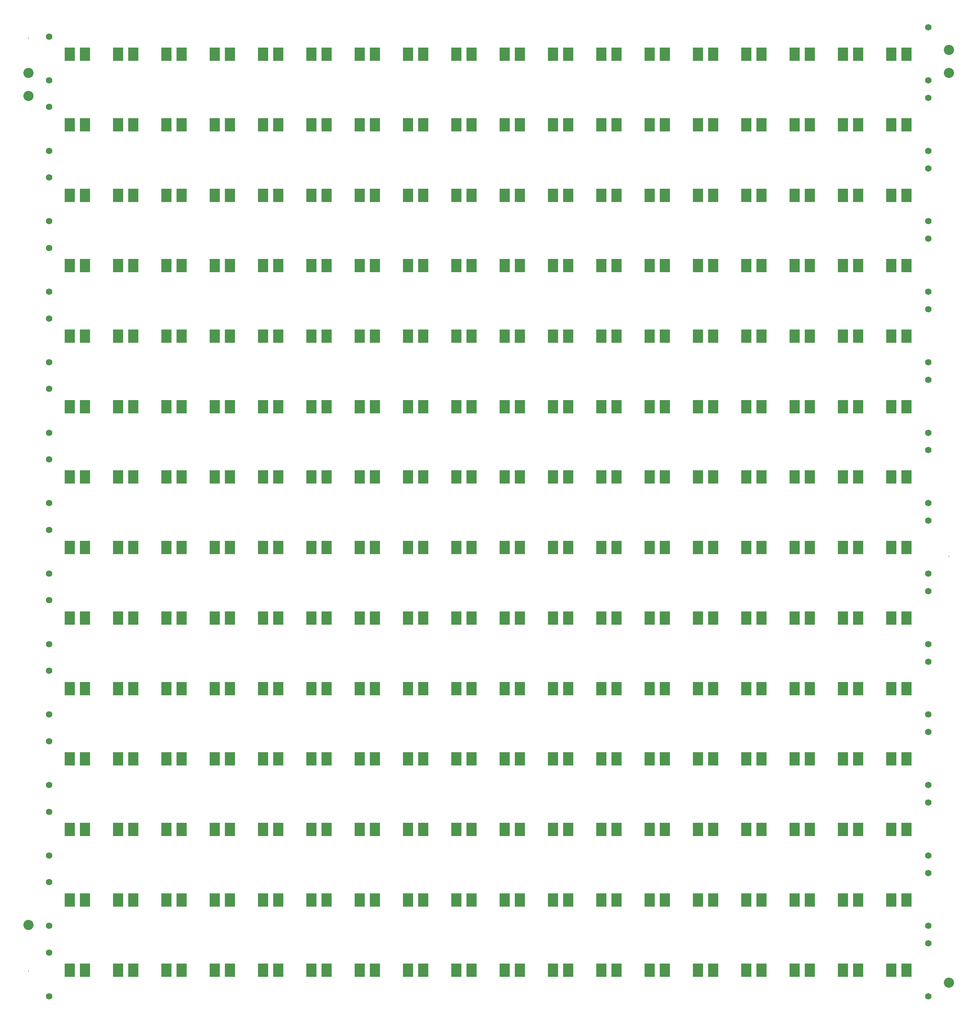
<source format=gbs>
G04 Layer_Color=16711935*
%FSLAX44Y44*%
%MOMM*%
G71*
G01*
G75*
%ADD151C,2.2032*%
%ADD153C,1.4000*%
%ADD161C,0.2032*%
%ADD162R,2.2032X3.0032*%
D151*
X25000Y2025000D02*
D03*
Y1975000D02*
D03*
Y175000D02*
D03*
X2025000Y50000D02*
D03*
Y2025000D02*
D03*
Y2075000D02*
D03*
D153*
X1980000Y20000D02*
D03*
Y135000D02*
D03*
X70000Y115000D02*
D03*
Y20000D02*
D03*
X1980000Y173000D02*
D03*
Y288000D02*
D03*
X70000Y268000D02*
D03*
Y173000D02*
D03*
X1980000Y326000D02*
D03*
Y441000D02*
D03*
X70000Y421000D02*
D03*
Y326000D02*
D03*
X1980000Y479000D02*
D03*
Y594000D02*
D03*
X70000Y574000D02*
D03*
Y479000D02*
D03*
X1980000Y632000D02*
D03*
Y747000D02*
D03*
X70000Y727000D02*
D03*
Y632000D02*
D03*
X1980000Y785000D02*
D03*
Y900000D02*
D03*
X70000Y880000D02*
D03*
Y785000D02*
D03*
X1980000Y938000D02*
D03*
Y1053000D02*
D03*
X70000Y1033000D02*
D03*
Y938000D02*
D03*
X1980000Y1091000D02*
D03*
Y1206000D02*
D03*
X70000Y1186000D02*
D03*
Y1091000D02*
D03*
X1980000Y1244000D02*
D03*
Y1359000D02*
D03*
X70000Y1339000D02*
D03*
Y1244000D02*
D03*
X1980000Y1397000D02*
D03*
Y1512000D02*
D03*
X70000Y1492000D02*
D03*
Y1397000D02*
D03*
X1980000Y1550000D02*
D03*
Y1665000D02*
D03*
X70000Y1645000D02*
D03*
Y1550000D02*
D03*
X1980000Y1703000D02*
D03*
Y1818000D02*
D03*
X70000Y1798000D02*
D03*
Y1703000D02*
D03*
X1980000Y1856000D02*
D03*
Y1971000D02*
D03*
X70000Y1951000D02*
D03*
Y1856000D02*
D03*
X1980000Y2009000D02*
D03*
Y2124000D02*
D03*
X70000Y2104000D02*
D03*
Y2009000D02*
D03*
D161*
X25000Y75000D02*
D03*
Y2100000D02*
D03*
X2025000Y975000D02*
D03*
D162*
X253010Y76500D02*
D03*
X219990D02*
D03*
X114990D02*
D03*
X148010D02*
D03*
X358010D02*
D03*
X324990D02*
D03*
X429990D02*
D03*
X463010D02*
D03*
X568010D02*
D03*
X534990D02*
D03*
X639990Y76500D02*
D03*
X673010D02*
D03*
X778010Y76500D02*
D03*
X744990D02*
D03*
X849990Y76500D02*
D03*
X883010D02*
D03*
X988010Y76500D02*
D03*
X954990D02*
D03*
X1059990D02*
D03*
X1093010D02*
D03*
X1198010D02*
D03*
X1164990D02*
D03*
X1269990D02*
D03*
X1303010D02*
D03*
X1408010D02*
D03*
X1374990D02*
D03*
X1479990Y76500D02*
D03*
X1513010D02*
D03*
X1618010D02*
D03*
X1584990D02*
D03*
X1689990Y76500D02*
D03*
X1723010D02*
D03*
X1828010Y76500D02*
D03*
X1794990D02*
D03*
X1899990Y76500D02*
D03*
X1933010D02*
D03*
X253010Y229500D02*
D03*
X219990D02*
D03*
X114990D02*
D03*
X148010D02*
D03*
X358010D02*
D03*
X324990D02*
D03*
X429990D02*
D03*
X463010D02*
D03*
X568010D02*
D03*
X534990D02*
D03*
X639990Y229500D02*
D03*
X673010D02*
D03*
X778010Y229500D02*
D03*
X744990D02*
D03*
X849990Y229500D02*
D03*
X883010D02*
D03*
X988010Y229500D02*
D03*
X954990D02*
D03*
X1059990D02*
D03*
X1093010D02*
D03*
X1198010D02*
D03*
X1164990D02*
D03*
X1269990D02*
D03*
X1303010D02*
D03*
X1408010D02*
D03*
X1374990D02*
D03*
X1479990Y229500D02*
D03*
X1513010D02*
D03*
X1618010D02*
D03*
X1584990D02*
D03*
X1689990Y229500D02*
D03*
X1723010D02*
D03*
X1828010Y229500D02*
D03*
X1794990D02*
D03*
X1899990Y229500D02*
D03*
X1933010D02*
D03*
X253010Y382500D02*
D03*
X219990D02*
D03*
X114990D02*
D03*
X148010D02*
D03*
X358010D02*
D03*
X324990D02*
D03*
X429990D02*
D03*
X463010D02*
D03*
X568010D02*
D03*
X534990D02*
D03*
X639990Y382500D02*
D03*
X673010D02*
D03*
X778010Y382500D02*
D03*
X744990D02*
D03*
X849990Y382500D02*
D03*
X883010D02*
D03*
X988010Y382500D02*
D03*
X954990D02*
D03*
X1059990D02*
D03*
X1093010D02*
D03*
X1198010D02*
D03*
X1164990D02*
D03*
X1269990D02*
D03*
X1303010D02*
D03*
X1408010D02*
D03*
X1374990D02*
D03*
X1479990Y382500D02*
D03*
X1513010D02*
D03*
X1618010D02*
D03*
X1584990D02*
D03*
X1689990Y382500D02*
D03*
X1723010D02*
D03*
X1828010Y382500D02*
D03*
X1794990D02*
D03*
X1899990Y382500D02*
D03*
X1933010D02*
D03*
X253010Y535500D02*
D03*
X219990D02*
D03*
X114990D02*
D03*
X148010D02*
D03*
X358010D02*
D03*
X324990D02*
D03*
X429990D02*
D03*
X463010D02*
D03*
X568010D02*
D03*
X534990D02*
D03*
X639990Y535500D02*
D03*
X673010D02*
D03*
X778010Y535500D02*
D03*
X744990D02*
D03*
X849990Y535500D02*
D03*
X883010D02*
D03*
X988010Y535500D02*
D03*
X954990D02*
D03*
X1059990D02*
D03*
X1093010D02*
D03*
X1198010D02*
D03*
X1164990D02*
D03*
X1269990D02*
D03*
X1303010D02*
D03*
X1408010D02*
D03*
X1374990D02*
D03*
X1479990Y535500D02*
D03*
X1513010D02*
D03*
X1618010D02*
D03*
X1584990D02*
D03*
X1689990Y535500D02*
D03*
X1723010D02*
D03*
X1828010Y535500D02*
D03*
X1794990D02*
D03*
X1899990Y535500D02*
D03*
X1933010D02*
D03*
X253010Y688500D02*
D03*
X219990D02*
D03*
X114990D02*
D03*
X148010D02*
D03*
X358010D02*
D03*
X324990D02*
D03*
X429990D02*
D03*
X463010D02*
D03*
X568010D02*
D03*
X534990D02*
D03*
X639990Y688500D02*
D03*
X673010D02*
D03*
X778010Y688500D02*
D03*
X744990D02*
D03*
X849990Y688500D02*
D03*
X883010D02*
D03*
X988010Y688500D02*
D03*
X954990D02*
D03*
X1059990D02*
D03*
X1093010D02*
D03*
X1198010D02*
D03*
X1164990D02*
D03*
X1269990D02*
D03*
X1303010D02*
D03*
X1408010D02*
D03*
X1374990D02*
D03*
X1479990Y688500D02*
D03*
X1513010D02*
D03*
X1618010D02*
D03*
X1584990D02*
D03*
X1689990Y688500D02*
D03*
X1723010D02*
D03*
X1828010Y688500D02*
D03*
X1794990D02*
D03*
X1899990Y688500D02*
D03*
X1933010D02*
D03*
X253010Y841500D02*
D03*
X219990D02*
D03*
X114990D02*
D03*
X148010D02*
D03*
X358010D02*
D03*
X324990D02*
D03*
X429990D02*
D03*
X463010D02*
D03*
X568010D02*
D03*
X534990D02*
D03*
X639990Y841500D02*
D03*
X673010D02*
D03*
X778010Y841500D02*
D03*
X744990D02*
D03*
X849990Y841500D02*
D03*
X883010D02*
D03*
X988010Y841500D02*
D03*
X954990D02*
D03*
X1059990D02*
D03*
X1093010D02*
D03*
X1198010D02*
D03*
X1164990D02*
D03*
X1269990D02*
D03*
X1303010D02*
D03*
X1408010D02*
D03*
X1374990D02*
D03*
X1479990Y841500D02*
D03*
X1513010D02*
D03*
X1618010D02*
D03*
X1584990D02*
D03*
X1689990Y841500D02*
D03*
X1723010D02*
D03*
X1828010Y841500D02*
D03*
X1794990D02*
D03*
X1899990Y841500D02*
D03*
X1933010D02*
D03*
X253010Y994500D02*
D03*
X219990D02*
D03*
X114990D02*
D03*
X148010D02*
D03*
X358010D02*
D03*
X324990D02*
D03*
X429990D02*
D03*
X463010D02*
D03*
X568010D02*
D03*
X534990D02*
D03*
X639990Y994500D02*
D03*
X673010D02*
D03*
X778010Y994500D02*
D03*
X744990D02*
D03*
X849990Y994500D02*
D03*
X883010D02*
D03*
X988010Y994500D02*
D03*
X954990D02*
D03*
X1059990D02*
D03*
X1093010D02*
D03*
X1198010D02*
D03*
X1164990D02*
D03*
X1269990D02*
D03*
X1303010D02*
D03*
X1408010D02*
D03*
X1374990D02*
D03*
X1479990Y994500D02*
D03*
X1513010D02*
D03*
X1618010D02*
D03*
X1584990D02*
D03*
X1689990Y994500D02*
D03*
X1723010D02*
D03*
X1828010Y994500D02*
D03*
X1794990D02*
D03*
X1899990Y994500D02*
D03*
X1933010D02*
D03*
X253010Y1147500D02*
D03*
X219990D02*
D03*
X114990D02*
D03*
X148010D02*
D03*
X358010D02*
D03*
X324990D02*
D03*
X429990D02*
D03*
X463010D02*
D03*
X568010D02*
D03*
X534990D02*
D03*
X639990Y1147500D02*
D03*
X673010D02*
D03*
X778010Y1147500D02*
D03*
X744990D02*
D03*
X849990Y1147500D02*
D03*
X883010D02*
D03*
X988010Y1147500D02*
D03*
X954990D02*
D03*
X1059990D02*
D03*
X1093010D02*
D03*
X1198010D02*
D03*
X1164990D02*
D03*
X1269990D02*
D03*
X1303010D02*
D03*
X1408010D02*
D03*
X1374990D02*
D03*
X1479990Y1147500D02*
D03*
X1513010D02*
D03*
X1618010D02*
D03*
X1584990D02*
D03*
X1689990Y1147500D02*
D03*
X1723010D02*
D03*
X1828010Y1147500D02*
D03*
X1794990D02*
D03*
X1899990Y1147500D02*
D03*
X1933010D02*
D03*
X253010Y1300500D02*
D03*
X219990D02*
D03*
X114990D02*
D03*
X148010D02*
D03*
X358010D02*
D03*
X324990D02*
D03*
X429990D02*
D03*
X463010D02*
D03*
X568010D02*
D03*
X534990D02*
D03*
X639990Y1300500D02*
D03*
X673010D02*
D03*
X778010Y1300500D02*
D03*
X744990D02*
D03*
X849990Y1300500D02*
D03*
X883010D02*
D03*
X988010Y1300500D02*
D03*
X954990D02*
D03*
X1059990D02*
D03*
X1093010D02*
D03*
X1198010D02*
D03*
X1164990D02*
D03*
X1269990D02*
D03*
X1303010D02*
D03*
X1408010D02*
D03*
X1374990D02*
D03*
X1479990Y1300500D02*
D03*
X1513010D02*
D03*
X1618010D02*
D03*
X1584990D02*
D03*
X1689990Y1300500D02*
D03*
X1723010D02*
D03*
X1828010Y1300500D02*
D03*
X1794990D02*
D03*
X1899990Y1300500D02*
D03*
X1933010D02*
D03*
X253010Y1453500D02*
D03*
X219990D02*
D03*
X114990D02*
D03*
X148010D02*
D03*
X358010D02*
D03*
X324990D02*
D03*
X429990D02*
D03*
X463010D02*
D03*
X568010D02*
D03*
X534990D02*
D03*
X639990Y1453500D02*
D03*
X673010D02*
D03*
X778010Y1453500D02*
D03*
X744990D02*
D03*
X849990Y1453500D02*
D03*
X883010D02*
D03*
X988010Y1453500D02*
D03*
X954990D02*
D03*
X1059990D02*
D03*
X1093010D02*
D03*
X1198010D02*
D03*
X1164990D02*
D03*
X1269990D02*
D03*
X1303010D02*
D03*
X1408010D02*
D03*
X1374990D02*
D03*
X1479990Y1453500D02*
D03*
X1513010D02*
D03*
X1618010D02*
D03*
X1584990D02*
D03*
X1689990Y1453500D02*
D03*
X1723010D02*
D03*
X1828010Y1453500D02*
D03*
X1794990D02*
D03*
X1899990Y1453500D02*
D03*
X1933010D02*
D03*
X253010Y1606500D02*
D03*
X219990D02*
D03*
X114990D02*
D03*
X148010D02*
D03*
X358010D02*
D03*
X324990D02*
D03*
X429990D02*
D03*
X463010D02*
D03*
X568010D02*
D03*
X534990D02*
D03*
X639990Y1606500D02*
D03*
X673010D02*
D03*
X778010Y1606500D02*
D03*
X744990D02*
D03*
X849990Y1606500D02*
D03*
X883010D02*
D03*
X988010Y1606500D02*
D03*
X954990D02*
D03*
X1059990D02*
D03*
X1093010D02*
D03*
X1198010D02*
D03*
X1164990D02*
D03*
X1269990D02*
D03*
X1303010D02*
D03*
X1408010D02*
D03*
X1374990D02*
D03*
X1479990Y1606500D02*
D03*
X1513010D02*
D03*
X1618010D02*
D03*
X1584990D02*
D03*
X1689990Y1606500D02*
D03*
X1723010D02*
D03*
X1828010Y1606500D02*
D03*
X1794990D02*
D03*
X1899990Y1606500D02*
D03*
X1933010D02*
D03*
X253010Y1759500D02*
D03*
X219990D02*
D03*
X114990D02*
D03*
X148010D02*
D03*
X358010D02*
D03*
X324990D02*
D03*
X429990D02*
D03*
X463010D02*
D03*
X568010D02*
D03*
X534990D02*
D03*
X639990Y1759500D02*
D03*
X673010D02*
D03*
X778010Y1759500D02*
D03*
X744990D02*
D03*
X849990Y1759500D02*
D03*
X883010D02*
D03*
X988010Y1759500D02*
D03*
X954990D02*
D03*
X1059990D02*
D03*
X1093010D02*
D03*
X1198010D02*
D03*
X1164990D02*
D03*
X1269990D02*
D03*
X1303010D02*
D03*
X1408010D02*
D03*
X1374990D02*
D03*
X1479990Y1759500D02*
D03*
X1513010D02*
D03*
X1618010D02*
D03*
X1584990D02*
D03*
X1689990Y1759500D02*
D03*
X1723010D02*
D03*
X1828010Y1759500D02*
D03*
X1794990D02*
D03*
X1899990Y1759500D02*
D03*
X1933010D02*
D03*
X253010Y1912500D02*
D03*
X219990D02*
D03*
X114990D02*
D03*
X148010D02*
D03*
X358010D02*
D03*
X324990D02*
D03*
X429990D02*
D03*
X463010D02*
D03*
X568010D02*
D03*
X534990D02*
D03*
X639990Y1912500D02*
D03*
X673010D02*
D03*
X778010Y1912500D02*
D03*
X744990D02*
D03*
X849990Y1912500D02*
D03*
X883010D02*
D03*
X988010Y1912500D02*
D03*
X954990D02*
D03*
X1059990D02*
D03*
X1093010D02*
D03*
X1198010D02*
D03*
X1164990D02*
D03*
X1269990D02*
D03*
X1303010D02*
D03*
X1408010D02*
D03*
X1374990D02*
D03*
X1479990Y1912500D02*
D03*
X1513010D02*
D03*
X1618010D02*
D03*
X1584990D02*
D03*
X1689990Y1912500D02*
D03*
X1723010D02*
D03*
X1828010Y1912500D02*
D03*
X1794990D02*
D03*
X1899990Y1912500D02*
D03*
X1933010D02*
D03*
X253010Y2065500D02*
D03*
X219990D02*
D03*
X114990D02*
D03*
X148010D02*
D03*
X358010D02*
D03*
X324990D02*
D03*
X429990D02*
D03*
X463010D02*
D03*
X568010D02*
D03*
X534990D02*
D03*
X639990Y2065500D02*
D03*
X673010D02*
D03*
X778010Y2065500D02*
D03*
X744990D02*
D03*
X849990Y2065500D02*
D03*
X883010D02*
D03*
X988010Y2065500D02*
D03*
X954990D02*
D03*
X1059990D02*
D03*
X1093010D02*
D03*
X1198010D02*
D03*
X1164990D02*
D03*
X1269990D02*
D03*
X1303010D02*
D03*
X1408010D02*
D03*
X1374990D02*
D03*
X1479990Y2065500D02*
D03*
X1513010D02*
D03*
X1618010D02*
D03*
X1584990D02*
D03*
X1689990Y2065500D02*
D03*
X1723010D02*
D03*
X1828010Y2065500D02*
D03*
X1794990D02*
D03*
X1899990Y2065500D02*
D03*
X1933010D02*
D03*
M02*

</source>
